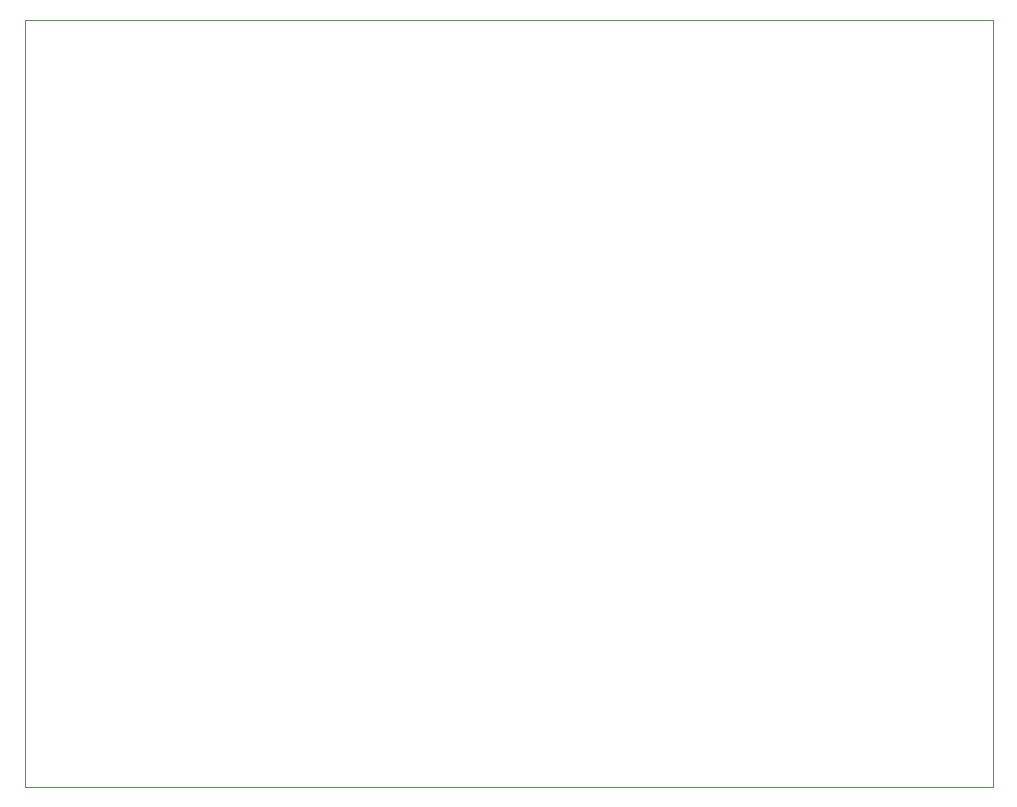
<source format=gbr>
%TF.GenerationSoftware,KiCad,Pcbnew,8.0.1*%
%TF.CreationDate,2024-08-10T06:45:53+02:00*%
%TF.ProjectId,2024-05-23 RC PCB,32303234-2d30-4352-9d32-332052432050,rev?*%
%TF.SameCoordinates,Original*%
%TF.FileFunction,Profile,NP*%
%FSLAX46Y46*%
G04 Gerber Fmt 4.6, Leading zero omitted, Abs format (unit mm)*
G04 Created by KiCad (PCBNEW 8.0.1) date 2024-08-10 06:45:53*
%MOMM*%
%LPD*%
G01*
G04 APERTURE LIST*
%TA.AperFunction,Profile*%
%ADD10C,0.050000*%
%TD*%
G04 APERTURE END LIST*
D10*
X74810000Y-25900000D02*
X156810000Y-25900000D01*
X156810000Y-90900000D01*
X74810000Y-90900000D01*
X74810000Y-25900000D01*
M02*

</source>
